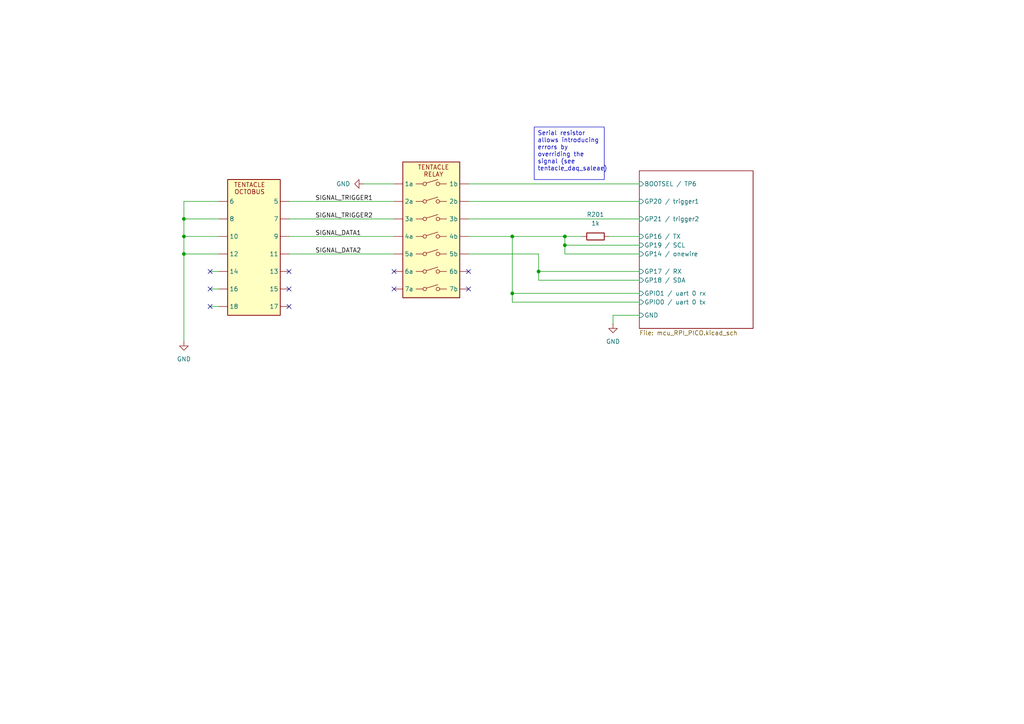
<source format=kicad_sch>
(kicad_sch (version 20231120) (generator "eeschema") (generator_version "8.0")
  (paper "A4")
  (title_block (title "tentacle_MCU_RPI_PICO") (date "2024-07-16") (company "Hans Märki, Märki Informatik") (comment 1 "The MIT License (MIT)"))
  (lib_symbols
    (symbol "00_project_library:tentacle_octobus" (pin_numbers hide)
      (property "Reference" "T" (at -27.432 29.718 0))
      (property "Value" "tentacle_octobus" (at 1.27 3.81 0))
      (symbol "tentacle_octobus_1_1"
        (rectangle (start 0 0) (end 15.24 -39.37) (stroke (width 0.254)) (fill (type background)))
        (text "TENTACLE\nOCTOBUS" (at 6.35 -2.54 0) (effects (font (size 1.27 1.27))))
        (pin passive line (at -2.54 -16.51 0) (length 2.54) (name "10") (number "10"))
        (pin passive line (at 17.78 -21.59 180) (length 2.54) (name "11") (number "11"))
        (pin passive line (at -2.54 -21.59 0) (length 2.54) (name "12") (number "12"))
        (pin passive line (at 17.78 -26.67 180) (length 2.54) (name "13") (number "13"))
        (pin passive line (at -2.54 -26.67 0) (length 2.54) (name "14") (number "14"))
        (pin passive line (at 17.78 -31.75 180) (length 2.54) (name "15") (number "15"))
        (pin passive line (at -2.54 -31.75 0) (length 2.54) (name "16") (number "16"))
        (pin passive line (at 17.78 -36.83 180) (length 2.54) (name "17") (number "17"))
        (pin passive line (at -2.54 -36.83 0) (length 2.54) (name "18") (number "18"))
        (pin passive line (at 17.78 -6.35 180) (length 2.54) (name "5") (number "5"))
        (pin passive line (at -2.54 -6.35 0) (length 2.54) (name "6") (number "6"))
        (pin passive line (at 17.78 -11.43 180) (length 2.54) (name "7") (number "7"))
        (pin passive line (at -2.54 -11.43 0) (length 2.54) (name "8") (number "8"))
        (pin passive line (at 17.78 -16.51 180) (length 2.54) (name "9") (number "9"))
      )
    )
    (symbol "Device:R" (pin_numbers hide) (pin_names (offset 0))
      (property "Reference" "R" (at 2.032 0 90))
      (property "Value" "R" (at 0 0 90))
      (symbol "R_0_1"
        (rectangle (start -1.016 -2.54) (end 1.016 2.54) (stroke (width 0.254)))
      )
      (symbol "R_1_1"
        (pin passive line (at 0 3.81 270) (length 1.27) (name "~") (number "1"))
        (pin passive line (at 0 -3.81 90) (length 1.27) (name "~") (number "2"))
      )
    )
    (symbol "power:GND" (power) (pin_numbers hide) (pin_names (offset 0) hide)
      (property "Value" "GND" (at 0 -3.81 0))
      (symbol "GND_0_1"
        (polyline (pts (xy 0 0) (xy 0 -1.27) (xy 1.27 -1.27) (xy 0 -2.54) (xy -1.27 -1.27) (xy 0 -1.27)))
      )
      (symbol "GND_1_1"
        (pin power_in line (at 0 0 270) (length 0) (name "~") (number "1"))
      )
    )
    (symbol "tentacle_relay_1" (pin_numbers hide)
      (property "Reference" "T" (at -27.432 29.718 0))
      (property "Value" "tentacle_relay" (at 3.81 2.54 0))
      (symbol "tentacle_relay_1_0_1"
        (polyline (pts (xy 5.842 -36.83) (xy 3.81 -36.83)))
        (polyline (pts (xy 5.842 -31.75) (xy 3.81 -31.75)))
        (polyline (pts (xy 5.842 -26.67) (xy 3.81 -26.67)))
        (polyline (pts (xy 5.842 -21.59) (xy 3.81 -21.59)))
        (polyline (pts (xy 5.842 -16.51) (xy 3.81 -16.51)))
        (polyline (pts (xy 5.842 -11.43) (xy 3.81 -11.43)))
        (polyline (pts (xy 5.842 -6.35) (xy 3.81 -6.35)))
        (polyline (pts (xy 6.858 -36.576) (xy 10.16 -35.56)))
        (polyline (pts (xy 6.858 -31.496) (xy 10.16 -30.48)))
        (polyline (pts (xy 6.858 -26.416) (xy 10.16 -25.4)))
        (polyline (pts (xy 6.858 -21.336) (xy 10.16 -20.32)))
        (polyline (pts (xy 6.858 -16.256) (xy 10.16 -15.24)))
        (polyline (pts (xy 6.858 -11.176) (xy 10.16 -10.16)))
        (polyline (pts (xy 6.858 -6.096) (xy 10.16 -5.08)))
        (polyline (pts (xy 12.7 -36.83) (xy 10.668 -36.83)))
        (polyline (pts (xy 12.7 -31.75) (xy 10.668 -31.75)))
        (polyline (pts (xy 12.7 -26.67) (xy 10.668 -26.67)))
        (polyline (pts (xy 12.7 -21.59) (xy 10.668 -21.59)))
        (polyline (pts (xy 12.7 -16.51) (xy 10.668 -16.51)))
        (polyline (pts (xy 12.7 -11.43) (xy 10.668 -11.43)))
        (polyline (pts (xy 12.7 -6.35) (xy 10.668 -6.35)))
        (circle (center 6.35 -36.83) (radius 0.508))
        (circle (center 6.35 -31.75) (radius 0.508))
        (circle (center 6.35 -26.67) (radius 0.508))
        (circle (center 6.35 -21.59) (radius 0.508))
        (circle (center 6.35 -16.51) (radius 0.508))
        (circle (center 6.35 -11.43) (radius 0.508))
        (circle (center 6.35 -6.35) (radius 0.508))
        (circle (center 10.16 -36.83) (radius 0.508))
        (circle (center 10.16 -31.75) (radius 0.508))
        (circle (center 10.16 -26.67) (radius 0.508))
        (circle (center 10.16 -21.59) (radius 0.508))
        (circle (center 10.16 -16.51) (radius 0.508))
        (circle (center 10.16 -11.43) (radius 0.508))
        (circle (center 10.16 -6.35) (radius 0.508))
      )
      (symbol "tentacle_relay_1_1_1"
        (rectangle (start 0 0) (end 16.51 -39.37) (stroke (width 0.254)) (fill (type background)))
        (text "TENTACLE\nRELAY" (at 8.89 -2.54 0) (effects (font (size 1.27 1.27))))
        (pin passive line (at -2.54 -6.35 0) (length 2.54) (name "1a") (number ""))
        (pin passive line (at 19.05 -6.35 180) (length 2.54) (name "1b") (number ""))
        (pin passive line (at -2.54 -11.43 0) (length 2.54) (name "2a") (number ""))
        (pin passive line (at 19.05 -11.43 180) (length 2.54) (name "2b") (number ""))
        (pin passive line (at -2.54 -16.51 0) (length 2.54) (name "3a") (number ""))
        (pin passive line (at 19.05 -16.51 180) (length 2.54) (name "3b") (number ""))
        (pin passive line (at -2.54 -21.59 0) (length 2.54) (name "4a") (number ""))
        (pin passive line (at 19.05 -21.59 180) (length 2.54) (name "4b") (number ""))
        (pin passive line (at -2.54 -26.67 0) (length 2.54) (name "5a") (number ""))
        (pin passive line (at 19.05 -26.67 180) (length 2.54) (name "5b") (number ""))
        (pin passive line (at -2.54 -31.75 0) (length 2.54) (name "6a") (number ""))
        (pin passive line (at 19.05 -31.75 180) (length 2.54) (name "6b") (number ""))
        (pin passive line (at -2.54 -36.83 0) (length 2.54) (name "7a") (number ""))
        (pin passive line (at 19.05 -36.83 180) (length 2.54) (name "7b") (number ""))
      )
    )
  )
  (junction (at 53.34 73.66))
  (junction (at 53.34 63.5))
  (junction (at 148.59 85.09))
  (junction (at 53.34 68.58))
  (junction (at 148.59 68.58))
  (junction (at 163.83 71.12))
  (junction (at 156.21 78.74))
  (junction (at 163.83 68.58))
  (no_connect (at 114.3 78.74))
  (no_connect (at 114.3 83.82))
  (no_connect (at 135.89 78.74))
  (no_connect (at 83.82 88.9))
  (no_connect (at 60.96 88.9))
  (no_connect (at 60.96 78.74))
  (no_connect (at 135.89 83.82))
  (no_connect (at 60.96 83.82))
  (no_connect (at 83.82 78.74))
  (no_connect (at 83.82 83.82))
  (wire (pts (xy 83.82 73.66) (xy 114.3 73.66)))
  (wire (pts (xy 156.21 81.28) (xy 185.42 81.28)))
  (wire (pts (xy 83.82 68.58) (xy 114.3 68.58)))
  (wire (pts (xy 53.34 68.58) (xy 63.5 68.58)))
  (wire (pts (xy 156.21 78.74) (xy 185.42 78.74)))
  (wire (pts (xy 53.34 73.66) (xy 63.5 73.66)))
  (wire (pts (xy 53.34 68.58) (xy 53.34 63.5)))
  (wire (pts (xy 83.82 63.5) (xy 114.3 63.5)))
  (wire (pts (xy 53.34 73.66) (xy 53.34 99.06)))
  (wire (pts (xy 105.41 53.34) (xy 114.3 53.34)))
  (wire (pts (xy 135.89 58.42) (xy 185.42 58.42)))
  (wire (pts (xy 135.89 68.58) (xy 148.59 68.58)))
  (wire (pts (xy 177.8 91.44) (xy 177.8 93.98)))
  (wire (pts (xy 163.83 68.58) (xy 168.91 68.58)))
  (wire (pts (xy 53.34 58.42) (xy 63.5 58.42)))
  (wire (pts (xy 156.21 73.66) (xy 156.21 78.74)))
  (wire (pts (xy 156.21 78.74) (xy 156.21 81.28)))
  (wire (pts (xy 53.34 63.5) (xy 53.34 58.42)))
  (wire (pts (xy 60.96 83.82) (xy 63.5 83.82)))
  (wire (pts (xy 135.89 63.5) (xy 185.42 63.5)))
  (wire (pts (xy 135.89 73.66) (xy 156.21 73.66)))
  (wire (pts (xy 185.42 73.66) (xy 163.83 73.66)))
  (wire (pts (xy 148.59 68.58) (xy 148.59 85.09)))
  (wire (pts (xy 135.89 53.34) (xy 185.42 53.34)))
  (wire (pts (xy 176.53 68.58) (xy 185.42 68.58)))
  (wire (pts (xy 53.34 73.66) (xy 53.34 68.58)))
  (wire (pts (xy 163.83 73.66) (xy 163.83 71.12)))
  (wire (pts (xy 163.83 71.12) (xy 185.42 71.12)))
  (wire (pts (xy 60.96 78.74) (xy 63.5 78.74)))
  (wire (pts (xy 148.59 85.09) (xy 148.59 87.63)))
  (wire (pts (xy 53.34 63.5) (xy 63.5 63.5)))
  (wire (pts (xy 163.83 71.12) (xy 163.83 68.58)))
  (wire (pts (xy 185.42 91.44) (xy 177.8 91.44)))
  (wire (pts (xy 60.96 88.9) (xy 63.5 88.9)))
  (wire (pts (xy 148.59 85.09) (xy 185.42 85.09)))
  (wire (pts (xy 148.59 68.58) (xy 163.83 68.58)))
  (wire (pts (xy 83.82 58.42) (xy 114.3 58.42)))
  (wire (pts (xy 185.42 87.63) (xy 148.59 87.63)))
  (text_box "Serial resistor allows introducing errors by overriding the signal (see tentacle_daq_saleae)" (at 154.94 36.83 0) (size 20.32 15.24) (effects (font (size 1.27 1.27)) (justify left top)))
  (text "${SHEETNAME}" (at 76.708 31.75 0) (effects (font (size 2.54 2.54) (thickness 0.508) (bold yes))))
  (label "SIGNAL_TRIGGER1" (at 91.44 58.42 0))
  (label "SIGNAL_DATA2" (at 91.44 73.66 0))
  (label "SIGNAL_TRIGGER2" (at 91.44 63.5 0))
  (label "SIGNAL_DATA1" (at 91.44 68.58 0))
  (symbol (lib_id "00_project_library:tentacle_octobus") (at 66.04 52.07 0) (unit 1)
    (property "Reference" "T201" (effects (hide yes)))
    (property "Value" "tentacle_octobus" (effects (hide yes)))
  )
  (symbol (lib_id "Device:R") (at 172.72 68.58 90) (unit 1)
    (property "Reference" "R201" (at 172.72 62.23 90))
    (property "Value" "1k" (at 172.72 64.77 90))
    (property "Description" "Resistor" (effects (hide yes)))
  )
  (symbol (lib_id "power:GND") (at 53.34 99.06 0) (unit 1)
    (property "Reference" "#PWR0201" (effects (hide yes)))
    (property "Value" "GND" (at 53.34 104.14 0))
    (property "Description" "Power symbol creates a global label with name \"GND\" , ground" (effects (hide yes)))
  )
  (symbol (lib_name "tentacle_relay_1") (lib_id "00_project_library:tentacle_relay") (at 116.84 46.99 0) (unit 1)
    (property "Reference" "T202" (effects (hide yes)))
    (property "Value" "tentacle_relay" (effects (hide yes)))
  )
  (symbol (lib_id "power:GND") (at 105.41 53.34 270) (unit 1)
    (property "Reference" "#PWR0204" (effects (hide yes)))
    (property "Value" "GND" (at 101.6 53.3399 90) (effects (justify right)))
    (property "Description" "Power symbol creates a global label with name \"GND\" , ground" (effects (hide yes)))
  )
  (symbol (lib_id "power:GND") (at 177.8 93.98 0) (unit 1)
    (property "Reference" "#PWR0203" (effects (hide yes)))
    (property "Value" "GND" (at 177.8 99.06 0))
    (property "Description" "Power symbol creates a global label with name \"GND\" , ground" (effects (hide yes)))
  )
  (sheet (at 185.42 49.53) (size 33.02 45.72) (stroke (width 0.1524))
    (property "Sheetname" "MCU_RPI_PICO" (effects (hide yes)))
    (property "Sheetfile" "mcu_RPI_PICO.kicad_sch" (at 185.42 95.8346 0) (effects (justify left top)))
    (pin "GP16 {slash} TX" input (at 185.42 68.58 180))
    (pin "GP20 {slash} trigger1" input (at 185.42 58.42 180))
    (pin "BOOTSEL {slash} TP6" input (at 185.42 53.34 180))
    (pin "GP21 {slash} trigger2" input (at 185.42 63.5 180))
    (pin "GP17 {slash} RX" input (at 185.42 78.74 180))
    (pin "GP18 {slash} SDA" input (at 185.42 81.28 180))
    (pin "GP19 {slash} SCL" input (at 185.42 71.12 180))
    (pin "GP14 {slash} onewire" input (at 185.42 73.66 180))
    (pin "GND" input (at 185.42 91.44 180))
    (pin "GPIO1 {slash} uart 0 rx" input (at 185.42 85.09 180))
    (pin "GPIO0 {slash} uart 0 tx" input (at 185.42 87.63 180))
  )
)
</source>
